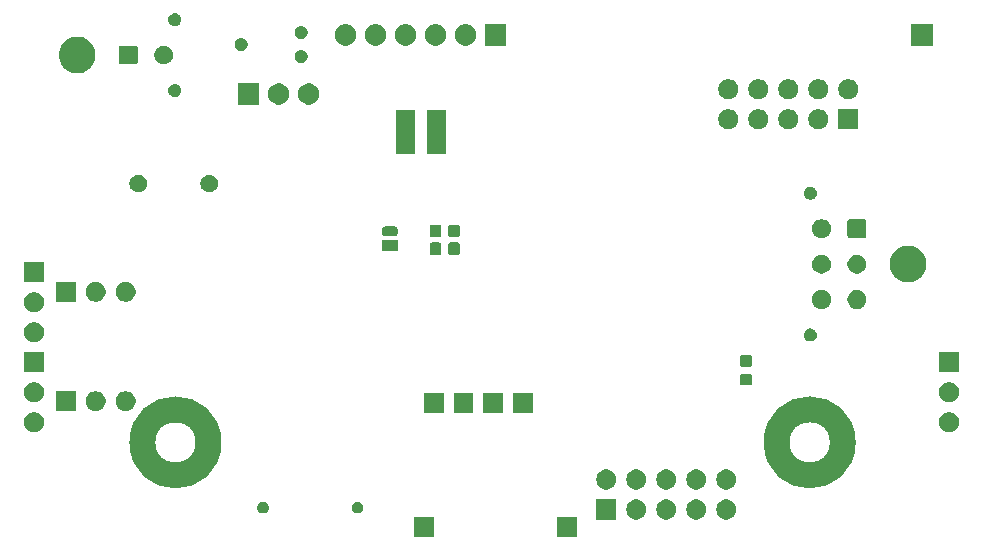
<source format=gbr>
G04 #@! TF.GenerationSoftware,KiCad,Pcbnew,5.1.5+dfsg1-2build2*
G04 #@! TF.CreationDate,2021-12-02T14:39:01+01:00*
G04 #@! TF.ProjectId,mre_addon_v2,6d72655f-6164-4646-9f6e-5f76322e6b69,V2.2*
G04 #@! TF.SameCoordinates,Original*
G04 #@! TF.FileFunction,Soldermask,Bot*
G04 #@! TF.FilePolarity,Negative*
%FSLAX46Y46*%
G04 Gerber Fmt 4.6, Leading zero omitted, Abs format (unit mm)*
G04 Created by KiCad (PCBNEW 5.1.5+dfsg1-2build2) date 2021-12-02 14:39:01*
%MOMM*%
%LPD*%
G04 APERTURE LIST*
%ADD10C,2.200000*%
%ADD11C,0.100000*%
G04 APERTURE END LIST*
D10*
X91300000Y-162700000D02*
G75*
G03X91300000Y-162700000I-2800000J0D01*
G01*
X145000000Y-162700000D02*
G75*
G03X145000000Y-162700000I-2800000J0D01*
G01*
D11*
G36*
X122466200Y-170731200D02*
G01*
X120764200Y-170731200D01*
X120764200Y-169029200D01*
X122466200Y-169029200D01*
X122466200Y-170731200D01*
G37*
G36*
X110401200Y-170731200D02*
G01*
X108699200Y-170731200D01*
X108699200Y-169029200D01*
X110401200Y-169029200D01*
X110401200Y-170731200D01*
G37*
G36*
X132841308Y-167560763D02*
G01*
X132996180Y-167624913D01*
X133135561Y-167718045D01*
X133254095Y-167836579D01*
X133347227Y-167975960D01*
X133411377Y-168130832D01*
X133444080Y-168295244D01*
X133444080Y-168462876D01*
X133411377Y-168627288D01*
X133347227Y-168782160D01*
X133254095Y-168921541D01*
X133135561Y-169040075D01*
X132996180Y-169133207D01*
X132841308Y-169197357D01*
X132676896Y-169230060D01*
X132509264Y-169230060D01*
X132344852Y-169197357D01*
X132189980Y-169133207D01*
X132050599Y-169040075D01*
X131932065Y-168921541D01*
X131838933Y-168782160D01*
X131774783Y-168627288D01*
X131742080Y-168462876D01*
X131742080Y-168295244D01*
X131774783Y-168130832D01*
X131838933Y-167975960D01*
X131932065Y-167836579D01*
X132050599Y-167718045D01*
X132189980Y-167624913D01*
X132344852Y-167560763D01*
X132509264Y-167528060D01*
X132676896Y-167528060D01*
X132841308Y-167560763D01*
G37*
G36*
X135381308Y-167560763D02*
G01*
X135536180Y-167624913D01*
X135675561Y-167718045D01*
X135794095Y-167836579D01*
X135887227Y-167975960D01*
X135951377Y-168130832D01*
X135984080Y-168295244D01*
X135984080Y-168462876D01*
X135951377Y-168627288D01*
X135887227Y-168782160D01*
X135794095Y-168921541D01*
X135675561Y-169040075D01*
X135536180Y-169133207D01*
X135381308Y-169197357D01*
X135216896Y-169230060D01*
X135049264Y-169230060D01*
X134884852Y-169197357D01*
X134729980Y-169133207D01*
X134590599Y-169040075D01*
X134472065Y-168921541D01*
X134378933Y-168782160D01*
X134314783Y-168627288D01*
X134282080Y-168462876D01*
X134282080Y-168295244D01*
X134314783Y-168130832D01*
X134378933Y-167975960D01*
X134472065Y-167836579D01*
X134590599Y-167718045D01*
X134729980Y-167624913D01*
X134884852Y-167560763D01*
X135049264Y-167528060D01*
X135216896Y-167528060D01*
X135381308Y-167560763D01*
G37*
G36*
X125824080Y-169230060D02*
G01*
X124122080Y-169230060D01*
X124122080Y-167528060D01*
X125824080Y-167528060D01*
X125824080Y-169230060D01*
G37*
G36*
X127761308Y-167560763D02*
G01*
X127916180Y-167624913D01*
X128055561Y-167718045D01*
X128174095Y-167836579D01*
X128267227Y-167975960D01*
X128331377Y-168130832D01*
X128364080Y-168295244D01*
X128364080Y-168462876D01*
X128331377Y-168627288D01*
X128267227Y-168782160D01*
X128174095Y-168921541D01*
X128055561Y-169040075D01*
X127916180Y-169133207D01*
X127761308Y-169197357D01*
X127596896Y-169230060D01*
X127429264Y-169230060D01*
X127264852Y-169197357D01*
X127109980Y-169133207D01*
X126970599Y-169040075D01*
X126852065Y-168921541D01*
X126758933Y-168782160D01*
X126694783Y-168627288D01*
X126662080Y-168462876D01*
X126662080Y-168295244D01*
X126694783Y-168130832D01*
X126758933Y-167975960D01*
X126852065Y-167836579D01*
X126970599Y-167718045D01*
X127109980Y-167624913D01*
X127264852Y-167560763D01*
X127429264Y-167528060D01*
X127596896Y-167528060D01*
X127761308Y-167560763D01*
G37*
G36*
X130301308Y-167560763D02*
G01*
X130456180Y-167624913D01*
X130595561Y-167718045D01*
X130714095Y-167836579D01*
X130807227Y-167975960D01*
X130871377Y-168130832D01*
X130904080Y-168295244D01*
X130904080Y-168462876D01*
X130871377Y-168627288D01*
X130807227Y-168782160D01*
X130714095Y-168921541D01*
X130595561Y-169040075D01*
X130456180Y-169133207D01*
X130301308Y-169197357D01*
X130136896Y-169230060D01*
X129969264Y-169230060D01*
X129804852Y-169197357D01*
X129649980Y-169133207D01*
X129510599Y-169040075D01*
X129392065Y-168921541D01*
X129298933Y-168782160D01*
X129234783Y-168627288D01*
X129202080Y-168462876D01*
X129202080Y-168295244D01*
X129234783Y-168130832D01*
X129298933Y-167975960D01*
X129392065Y-167836579D01*
X129510599Y-167718045D01*
X129649980Y-167624913D01*
X129804852Y-167560763D01*
X129969264Y-167528060D01*
X130136896Y-167528060D01*
X130301308Y-167560763D01*
G37*
G36*
X96058532Y-167730541D02*
G01*
X96148707Y-167767893D01*
X96229863Y-167822120D01*
X96298880Y-167891137D01*
X96353107Y-167972293D01*
X96390459Y-168062468D01*
X96409500Y-168158197D01*
X96409500Y-168255803D01*
X96390459Y-168351532D01*
X96353107Y-168441707D01*
X96298880Y-168522863D01*
X96229863Y-168591880D01*
X96148707Y-168646107D01*
X96058532Y-168683459D01*
X95962803Y-168702500D01*
X95865197Y-168702500D01*
X95769468Y-168683459D01*
X95679293Y-168646107D01*
X95598137Y-168591880D01*
X95529120Y-168522863D01*
X95474893Y-168441707D01*
X95437541Y-168351532D01*
X95418500Y-168255803D01*
X95418500Y-168158197D01*
X95437541Y-168062468D01*
X95474893Y-167972293D01*
X95529120Y-167891137D01*
X95598137Y-167822120D01*
X95679293Y-167767893D01*
X95769468Y-167730541D01*
X95865197Y-167711500D01*
X95962803Y-167711500D01*
X96058532Y-167730541D01*
G37*
G36*
X104058532Y-167730541D02*
G01*
X104148707Y-167767893D01*
X104229863Y-167822120D01*
X104298880Y-167891137D01*
X104353107Y-167972293D01*
X104390459Y-168062468D01*
X104409500Y-168158197D01*
X104409500Y-168255803D01*
X104390459Y-168351532D01*
X104353107Y-168441707D01*
X104298880Y-168522863D01*
X104229863Y-168591880D01*
X104148707Y-168646107D01*
X104058532Y-168683459D01*
X103962803Y-168702500D01*
X103865197Y-168702500D01*
X103769468Y-168683459D01*
X103679293Y-168646107D01*
X103598137Y-168591880D01*
X103529120Y-168522863D01*
X103474893Y-168441707D01*
X103437541Y-168351532D01*
X103418500Y-168255803D01*
X103418500Y-168158197D01*
X103437541Y-168062468D01*
X103474893Y-167972293D01*
X103529120Y-167891137D01*
X103598137Y-167822120D01*
X103679293Y-167767893D01*
X103769468Y-167730541D01*
X103865197Y-167711500D01*
X103962803Y-167711500D01*
X104058532Y-167730541D01*
G37*
G36*
X127761308Y-165020763D02*
G01*
X127916180Y-165084913D01*
X128055561Y-165178045D01*
X128174095Y-165296579D01*
X128267227Y-165435960D01*
X128331377Y-165590832D01*
X128364080Y-165755244D01*
X128364080Y-165922876D01*
X128331377Y-166087288D01*
X128267227Y-166242160D01*
X128174095Y-166381541D01*
X128055561Y-166500075D01*
X127916180Y-166593207D01*
X127761308Y-166657357D01*
X127596896Y-166690060D01*
X127429264Y-166690060D01*
X127264852Y-166657357D01*
X127109980Y-166593207D01*
X126970599Y-166500075D01*
X126852065Y-166381541D01*
X126758933Y-166242160D01*
X126694783Y-166087288D01*
X126662080Y-165922876D01*
X126662080Y-165755244D01*
X126694783Y-165590832D01*
X126758933Y-165435960D01*
X126852065Y-165296579D01*
X126970599Y-165178045D01*
X127109980Y-165084913D01*
X127264852Y-165020763D01*
X127429264Y-164988060D01*
X127596896Y-164988060D01*
X127761308Y-165020763D01*
G37*
G36*
X135381308Y-165020763D02*
G01*
X135536180Y-165084913D01*
X135675561Y-165178045D01*
X135794095Y-165296579D01*
X135887227Y-165435960D01*
X135951377Y-165590832D01*
X135984080Y-165755244D01*
X135984080Y-165922876D01*
X135951377Y-166087288D01*
X135887227Y-166242160D01*
X135794095Y-166381541D01*
X135675561Y-166500075D01*
X135536180Y-166593207D01*
X135381308Y-166657357D01*
X135216896Y-166690060D01*
X135049264Y-166690060D01*
X134884852Y-166657357D01*
X134729980Y-166593207D01*
X134590599Y-166500075D01*
X134472065Y-166381541D01*
X134378933Y-166242160D01*
X134314783Y-166087288D01*
X134282080Y-165922876D01*
X134282080Y-165755244D01*
X134314783Y-165590832D01*
X134378933Y-165435960D01*
X134472065Y-165296579D01*
X134590599Y-165178045D01*
X134729980Y-165084913D01*
X134884852Y-165020763D01*
X135049264Y-164988060D01*
X135216896Y-164988060D01*
X135381308Y-165020763D01*
G37*
G36*
X132841308Y-165020763D02*
G01*
X132996180Y-165084913D01*
X133135561Y-165178045D01*
X133254095Y-165296579D01*
X133347227Y-165435960D01*
X133411377Y-165590832D01*
X133444080Y-165755244D01*
X133444080Y-165922876D01*
X133411377Y-166087288D01*
X133347227Y-166242160D01*
X133254095Y-166381541D01*
X133135561Y-166500075D01*
X132996180Y-166593207D01*
X132841308Y-166657357D01*
X132676896Y-166690060D01*
X132509264Y-166690060D01*
X132344852Y-166657357D01*
X132189980Y-166593207D01*
X132050599Y-166500075D01*
X131932065Y-166381541D01*
X131838933Y-166242160D01*
X131774783Y-166087288D01*
X131742080Y-165922876D01*
X131742080Y-165755244D01*
X131774783Y-165590832D01*
X131838933Y-165435960D01*
X131932065Y-165296579D01*
X132050599Y-165178045D01*
X132189980Y-165084913D01*
X132344852Y-165020763D01*
X132509264Y-164988060D01*
X132676896Y-164988060D01*
X132841308Y-165020763D01*
G37*
G36*
X130301308Y-165020763D02*
G01*
X130456180Y-165084913D01*
X130595561Y-165178045D01*
X130714095Y-165296579D01*
X130807227Y-165435960D01*
X130871377Y-165590832D01*
X130904080Y-165755244D01*
X130904080Y-165922876D01*
X130871377Y-166087288D01*
X130807227Y-166242160D01*
X130714095Y-166381541D01*
X130595561Y-166500075D01*
X130456180Y-166593207D01*
X130301308Y-166657357D01*
X130136896Y-166690060D01*
X129969264Y-166690060D01*
X129804852Y-166657357D01*
X129649980Y-166593207D01*
X129510599Y-166500075D01*
X129392065Y-166381541D01*
X129298933Y-166242160D01*
X129234783Y-166087288D01*
X129202080Y-165922876D01*
X129202080Y-165755244D01*
X129234783Y-165590832D01*
X129298933Y-165435960D01*
X129392065Y-165296579D01*
X129510599Y-165178045D01*
X129649980Y-165084913D01*
X129804852Y-165020763D01*
X129969264Y-164988060D01*
X130136896Y-164988060D01*
X130301308Y-165020763D01*
G37*
G36*
X125221308Y-165020763D02*
G01*
X125376180Y-165084913D01*
X125515561Y-165178045D01*
X125634095Y-165296579D01*
X125727227Y-165435960D01*
X125791377Y-165590832D01*
X125824080Y-165755244D01*
X125824080Y-165922876D01*
X125791377Y-166087288D01*
X125727227Y-166242160D01*
X125634095Y-166381541D01*
X125515561Y-166500075D01*
X125376180Y-166593207D01*
X125221308Y-166657357D01*
X125056896Y-166690060D01*
X124889264Y-166690060D01*
X124724852Y-166657357D01*
X124569980Y-166593207D01*
X124430599Y-166500075D01*
X124312065Y-166381541D01*
X124218933Y-166242160D01*
X124154783Y-166087288D01*
X124122080Y-165922876D01*
X124122080Y-165755244D01*
X124154783Y-165590832D01*
X124218933Y-165435960D01*
X124312065Y-165296579D01*
X124430599Y-165178045D01*
X124569980Y-165084913D01*
X124724852Y-165020763D01*
X124889264Y-164988060D01*
X125056896Y-164988060D01*
X125221308Y-165020763D01*
G37*
G36*
X154248428Y-160171903D02*
G01*
X154403300Y-160236053D01*
X154542681Y-160329185D01*
X154661215Y-160447719D01*
X154754347Y-160587100D01*
X154818497Y-160741972D01*
X154851200Y-160906384D01*
X154851200Y-161074016D01*
X154818497Y-161238428D01*
X154754347Y-161393300D01*
X154661215Y-161532681D01*
X154542681Y-161651215D01*
X154403300Y-161744347D01*
X154248428Y-161808497D01*
X154084016Y-161841200D01*
X153916384Y-161841200D01*
X153751972Y-161808497D01*
X153597100Y-161744347D01*
X153457719Y-161651215D01*
X153339185Y-161532681D01*
X153246053Y-161393300D01*
X153181903Y-161238428D01*
X153149200Y-161074016D01*
X153149200Y-160906384D01*
X153181903Y-160741972D01*
X153246053Y-160587100D01*
X153339185Y-160447719D01*
X153457719Y-160329185D01*
X153597100Y-160236053D01*
X153751972Y-160171903D01*
X153916384Y-160139200D01*
X154084016Y-160139200D01*
X154248428Y-160171903D01*
G37*
G36*
X76778428Y-160171903D02*
G01*
X76933300Y-160236053D01*
X77072681Y-160329185D01*
X77191215Y-160447719D01*
X77284347Y-160587100D01*
X77348497Y-160741972D01*
X77381200Y-160906384D01*
X77381200Y-161074016D01*
X77348497Y-161238428D01*
X77284347Y-161393300D01*
X77191215Y-161532681D01*
X77072681Y-161651215D01*
X76933300Y-161744347D01*
X76778428Y-161808497D01*
X76614016Y-161841200D01*
X76446384Y-161841200D01*
X76281972Y-161808497D01*
X76127100Y-161744347D01*
X75987719Y-161651215D01*
X75869185Y-161532681D01*
X75776053Y-161393300D01*
X75711903Y-161238428D01*
X75679200Y-161074016D01*
X75679200Y-160906384D01*
X75711903Y-160741972D01*
X75776053Y-160587100D01*
X75869185Y-160447719D01*
X75987719Y-160329185D01*
X76127100Y-160236053D01*
X76281972Y-160171903D01*
X76446384Y-160139200D01*
X76614016Y-160139200D01*
X76778428Y-160171903D01*
G37*
G36*
X116251600Y-160211800D02*
G01*
X114549600Y-160211800D01*
X114549600Y-158509800D01*
X116251600Y-158509800D01*
X116251600Y-160211800D01*
G37*
G36*
X118751600Y-160211800D02*
G01*
X117049600Y-160211800D01*
X117049600Y-158509800D01*
X118751600Y-158509800D01*
X118751600Y-160211800D01*
G37*
G36*
X113713600Y-160173800D02*
G01*
X112087600Y-160173800D01*
X112087600Y-158547800D01*
X113713600Y-158547800D01*
X113713600Y-160173800D01*
G37*
G36*
X111213600Y-160173800D02*
G01*
X109587600Y-160173800D01*
X109587600Y-158547800D01*
X111213600Y-158547800D01*
X111213600Y-160173800D01*
G37*
G36*
X80048200Y-160063200D02*
G01*
X78346200Y-160063200D01*
X78346200Y-158361200D01*
X80048200Y-158361200D01*
X80048200Y-160063200D01*
G37*
G36*
X84525428Y-158393903D02*
G01*
X84680300Y-158458053D01*
X84819681Y-158551185D01*
X84938215Y-158669719D01*
X85031347Y-158809100D01*
X85095497Y-158963972D01*
X85128200Y-159128384D01*
X85128200Y-159296016D01*
X85095497Y-159460428D01*
X85031347Y-159615300D01*
X84938215Y-159754681D01*
X84819681Y-159873215D01*
X84680300Y-159966347D01*
X84525428Y-160030497D01*
X84361016Y-160063200D01*
X84193384Y-160063200D01*
X84028972Y-160030497D01*
X83874100Y-159966347D01*
X83734719Y-159873215D01*
X83616185Y-159754681D01*
X83523053Y-159615300D01*
X83458903Y-159460428D01*
X83426200Y-159296016D01*
X83426200Y-159128384D01*
X83458903Y-158963972D01*
X83523053Y-158809100D01*
X83616185Y-158669719D01*
X83734719Y-158551185D01*
X83874100Y-158458053D01*
X84028972Y-158393903D01*
X84193384Y-158361200D01*
X84361016Y-158361200D01*
X84525428Y-158393903D01*
G37*
G36*
X81985428Y-158393903D02*
G01*
X82140300Y-158458053D01*
X82279681Y-158551185D01*
X82398215Y-158669719D01*
X82491347Y-158809100D01*
X82555497Y-158963972D01*
X82588200Y-159128384D01*
X82588200Y-159296016D01*
X82555497Y-159460428D01*
X82491347Y-159615300D01*
X82398215Y-159754681D01*
X82279681Y-159873215D01*
X82140300Y-159966347D01*
X81985428Y-160030497D01*
X81821016Y-160063200D01*
X81653384Y-160063200D01*
X81488972Y-160030497D01*
X81334100Y-159966347D01*
X81194719Y-159873215D01*
X81076185Y-159754681D01*
X80983053Y-159615300D01*
X80918903Y-159460428D01*
X80886200Y-159296016D01*
X80886200Y-159128384D01*
X80918903Y-158963972D01*
X80983053Y-158809100D01*
X81076185Y-158669719D01*
X81194719Y-158551185D01*
X81334100Y-158458053D01*
X81488972Y-158393903D01*
X81653384Y-158361200D01*
X81821016Y-158361200D01*
X81985428Y-158393903D01*
G37*
G36*
X154248428Y-157631903D02*
G01*
X154403300Y-157696053D01*
X154542681Y-157789185D01*
X154661215Y-157907719D01*
X154754347Y-158047100D01*
X154818497Y-158201972D01*
X154851200Y-158366384D01*
X154851200Y-158534016D01*
X154818497Y-158698428D01*
X154754347Y-158853300D01*
X154661215Y-158992681D01*
X154542681Y-159111215D01*
X154403300Y-159204347D01*
X154248428Y-159268497D01*
X154084016Y-159301200D01*
X153916384Y-159301200D01*
X153751972Y-159268497D01*
X153597100Y-159204347D01*
X153457719Y-159111215D01*
X153339185Y-158992681D01*
X153246053Y-158853300D01*
X153181903Y-158698428D01*
X153149200Y-158534016D01*
X153149200Y-158366384D01*
X153181903Y-158201972D01*
X153246053Y-158047100D01*
X153339185Y-157907719D01*
X153457719Y-157789185D01*
X153597100Y-157696053D01*
X153751972Y-157631903D01*
X153916384Y-157599200D01*
X154084016Y-157599200D01*
X154248428Y-157631903D01*
G37*
G36*
X76778428Y-157631903D02*
G01*
X76933300Y-157696053D01*
X77072681Y-157789185D01*
X77191215Y-157907719D01*
X77284347Y-158047100D01*
X77348497Y-158201972D01*
X77381200Y-158366384D01*
X77381200Y-158534016D01*
X77348497Y-158698428D01*
X77284347Y-158853300D01*
X77191215Y-158992681D01*
X77072681Y-159111215D01*
X76933300Y-159204347D01*
X76778428Y-159268497D01*
X76614016Y-159301200D01*
X76446384Y-159301200D01*
X76281972Y-159268497D01*
X76127100Y-159204347D01*
X75987719Y-159111215D01*
X75869185Y-158992681D01*
X75776053Y-158853300D01*
X75711903Y-158698428D01*
X75679200Y-158534016D01*
X75679200Y-158366384D01*
X75711903Y-158201972D01*
X75776053Y-158047100D01*
X75869185Y-157907719D01*
X75987719Y-157789185D01*
X76127100Y-157696053D01*
X76281972Y-157631903D01*
X76446384Y-157599200D01*
X76614016Y-157599200D01*
X76778428Y-157631903D01*
G37*
G36*
X137179591Y-156903085D02*
G01*
X137213569Y-156913393D01*
X137244890Y-156930134D01*
X137272339Y-156952661D01*
X137294866Y-156980110D01*
X137311607Y-157011431D01*
X137321915Y-157045409D01*
X137326000Y-157086890D01*
X137326000Y-157688110D01*
X137321915Y-157729591D01*
X137311607Y-157763569D01*
X137294866Y-157794890D01*
X137272339Y-157822339D01*
X137244890Y-157844866D01*
X137213569Y-157861607D01*
X137179591Y-157871915D01*
X137138110Y-157876000D01*
X136461890Y-157876000D01*
X136420409Y-157871915D01*
X136386431Y-157861607D01*
X136355110Y-157844866D01*
X136327661Y-157822339D01*
X136305134Y-157794890D01*
X136288393Y-157763569D01*
X136278085Y-157729591D01*
X136274000Y-157688110D01*
X136274000Y-157086890D01*
X136278085Y-157045409D01*
X136288393Y-157011431D01*
X136305134Y-156980110D01*
X136327661Y-156952661D01*
X136355110Y-156930134D01*
X136386431Y-156913393D01*
X136420409Y-156903085D01*
X136461890Y-156899000D01*
X137138110Y-156899000D01*
X137179591Y-156903085D01*
G37*
G36*
X154851200Y-156761200D02*
G01*
X153149200Y-156761200D01*
X153149200Y-155059200D01*
X154851200Y-155059200D01*
X154851200Y-156761200D01*
G37*
G36*
X77381200Y-156761200D02*
G01*
X75679200Y-156761200D01*
X75679200Y-155059200D01*
X77381200Y-155059200D01*
X77381200Y-156761200D01*
G37*
G36*
X137179591Y-155328085D02*
G01*
X137213569Y-155338393D01*
X137244890Y-155355134D01*
X137272339Y-155377661D01*
X137294866Y-155405110D01*
X137311607Y-155436431D01*
X137321915Y-155470409D01*
X137326000Y-155511890D01*
X137326000Y-156113110D01*
X137321915Y-156154591D01*
X137311607Y-156188569D01*
X137294866Y-156219890D01*
X137272339Y-156247339D01*
X137244890Y-156269866D01*
X137213569Y-156286607D01*
X137179591Y-156296915D01*
X137138110Y-156301000D01*
X136461890Y-156301000D01*
X136420409Y-156296915D01*
X136386431Y-156286607D01*
X136355110Y-156269866D01*
X136327661Y-156247339D01*
X136305134Y-156219890D01*
X136288393Y-156188569D01*
X136278085Y-156154591D01*
X136274000Y-156113110D01*
X136274000Y-155511890D01*
X136278085Y-155470409D01*
X136288393Y-155436431D01*
X136305134Y-155405110D01*
X136327661Y-155377661D01*
X136355110Y-155355134D01*
X136386431Y-155338393D01*
X136420409Y-155328085D01*
X136461890Y-155324000D01*
X137138110Y-155324000D01*
X137179591Y-155328085D01*
G37*
G36*
X76778428Y-152551903D02*
G01*
X76933300Y-152616053D01*
X77072681Y-152709185D01*
X77191215Y-152827719D01*
X77284347Y-152967100D01*
X77348497Y-153121972D01*
X77381200Y-153286384D01*
X77381200Y-153454016D01*
X77348497Y-153618428D01*
X77284347Y-153773300D01*
X77191215Y-153912681D01*
X77072681Y-154031215D01*
X76933300Y-154124347D01*
X76778428Y-154188497D01*
X76614016Y-154221200D01*
X76446384Y-154221200D01*
X76281972Y-154188497D01*
X76127100Y-154124347D01*
X75987719Y-154031215D01*
X75869185Y-153912681D01*
X75776053Y-153773300D01*
X75711903Y-153618428D01*
X75679200Y-153454016D01*
X75679200Y-153286384D01*
X75711903Y-153121972D01*
X75776053Y-152967100D01*
X75869185Y-152827719D01*
X75987719Y-152709185D01*
X76127100Y-152616053D01*
X76281972Y-152551903D01*
X76446384Y-152519200D01*
X76614016Y-152519200D01*
X76778428Y-152551903D01*
G37*
G36*
X142420721Y-153070174D02*
G01*
X142520995Y-153111709D01*
X142565812Y-153141655D01*
X142611242Y-153172010D01*
X142687990Y-153248758D01*
X142687991Y-153248760D01*
X142748291Y-153339005D01*
X142789826Y-153439279D01*
X142811000Y-153545730D01*
X142811000Y-153654270D01*
X142789826Y-153760721D01*
X142748291Y-153860995D01*
X142748290Y-153860996D01*
X142687990Y-153951242D01*
X142611242Y-154027990D01*
X142606415Y-154031215D01*
X142520995Y-154088291D01*
X142420721Y-154129826D01*
X142314270Y-154151000D01*
X142205730Y-154151000D01*
X142099279Y-154129826D01*
X141999005Y-154088291D01*
X141913585Y-154031215D01*
X141908758Y-154027990D01*
X141832010Y-153951242D01*
X141771710Y-153860996D01*
X141771709Y-153860995D01*
X141730174Y-153760721D01*
X141709000Y-153654270D01*
X141709000Y-153545730D01*
X141730174Y-153439279D01*
X141771709Y-153339005D01*
X141832009Y-153248760D01*
X141832010Y-153248758D01*
X141908758Y-153172010D01*
X141954188Y-153141655D01*
X141999005Y-153111709D01*
X142099279Y-153070174D01*
X142205730Y-153049000D01*
X142314270Y-153049000D01*
X142420721Y-153070174D01*
G37*
G36*
X76778428Y-150011903D02*
G01*
X76933300Y-150076053D01*
X77072681Y-150169185D01*
X77191215Y-150287719D01*
X77284347Y-150427100D01*
X77348497Y-150581972D01*
X77381200Y-150746384D01*
X77381200Y-150914016D01*
X77348497Y-151078428D01*
X77284347Y-151233300D01*
X77191215Y-151372681D01*
X77072681Y-151491215D01*
X76933300Y-151584347D01*
X76778428Y-151648497D01*
X76614016Y-151681200D01*
X76446384Y-151681200D01*
X76281972Y-151648497D01*
X76127100Y-151584347D01*
X75987719Y-151491215D01*
X75869185Y-151372681D01*
X75776053Y-151233300D01*
X75711903Y-151078428D01*
X75679200Y-150914016D01*
X75679200Y-150746384D01*
X75711903Y-150581972D01*
X75776053Y-150427100D01*
X75869185Y-150287719D01*
X75987719Y-150169185D01*
X76127100Y-150076053D01*
X76281972Y-150011903D01*
X76446384Y-149979200D01*
X76614016Y-149979200D01*
X76778428Y-150011903D01*
G37*
G36*
X146433642Y-149829781D02*
G01*
X146579414Y-149890162D01*
X146579416Y-149890163D01*
X146710608Y-149977822D01*
X146822178Y-150089392D01*
X146889019Y-150189428D01*
X146909838Y-150220586D01*
X146970219Y-150366358D01*
X147001000Y-150521107D01*
X147001000Y-150678893D01*
X146970219Y-150833642D01*
X146909838Y-150979414D01*
X146909837Y-150979416D01*
X146822178Y-151110608D01*
X146710608Y-151222178D01*
X146579416Y-151309837D01*
X146579415Y-151309838D01*
X146579414Y-151309838D01*
X146433642Y-151370219D01*
X146278893Y-151401000D01*
X146121107Y-151401000D01*
X145966358Y-151370219D01*
X145820586Y-151309838D01*
X145820585Y-151309838D01*
X145820584Y-151309837D01*
X145689392Y-151222178D01*
X145577822Y-151110608D01*
X145490163Y-150979416D01*
X145490162Y-150979414D01*
X145429781Y-150833642D01*
X145399000Y-150678893D01*
X145399000Y-150521107D01*
X145429781Y-150366358D01*
X145490162Y-150220586D01*
X145510981Y-150189428D01*
X145577822Y-150089392D01*
X145689392Y-149977822D01*
X145820584Y-149890163D01*
X145820586Y-149890162D01*
X145966358Y-149829781D01*
X146121107Y-149799000D01*
X146278893Y-149799000D01*
X146433642Y-149829781D01*
G37*
G36*
X143433642Y-149829781D02*
G01*
X143579414Y-149890162D01*
X143579416Y-149890163D01*
X143710608Y-149977822D01*
X143822178Y-150089392D01*
X143889019Y-150189428D01*
X143909838Y-150220586D01*
X143970219Y-150366358D01*
X144001000Y-150521107D01*
X144001000Y-150678893D01*
X143970219Y-150833642D01*
X143909838Y-150979414D01*
X143909837Y-150979416D01*
X143822178Y-151110608D01*
X143710608Y-151222178D01*
X143579416Y-151309837D01*
X143579415Y-151309838D01*
X143579414Y-151309838D01*
X143433642Y-151370219D01*
X143278893Y-151401000D01*
X143121107Y-151401000D01*
X142966358Y-151370219D01*
X142820586Y-151309838D01*
X142820585Y-151309838D01*
X142820584Y-151309837D01*
X142689392Y-151222178D01*
X142577822Y-151110608D01*
X142490163Y-150979416D01*
X142490162Y-150979414D01*
X142429781Y-150833642D01*
X142399000Y-150678893D01*
X142399000Y-150521107D01*
X142429781Y-150366358D01*
X142490162Y-150220586D01*
X142510981Y-150189428D01*
X142577822Y-150089392D01*
X142689392Y-149977822D01*
X142820584Y-149890163D01*
X142820586Y-149890162D01*
X142966358Y-149829781D01*
X143121107Y-149799000D01*
X143278893Y-149799000D01*
X143433642Y-149829781D01*
G37*
G36*
X81985428Y-149122903D02*
G01*
X82140300Y-149187053D01*
X82279681Y-149280185D01*
X82398215Y-149398719D01*
X82491347Y-149538100D01*
X82555497Y-149692972D01*
X82588200Y-149857384D01*
X82588200Y-150025016D01*
X82555497Y-150189428D01*
X82491347Y-150344300D01*
X82398215Y-150483681D01*
X82279681Y-150602215D01*
X82140300Y-150695347D01*
X81985428Y-150759497D01*
X81821016Y-150792200D01*
X81653384Y-150792200D01*
X81488972Y-150759497D01*
X81334100Y-150695347D01*
X81194719Y-150602215D01*
X81076185Y-150483681D01*
X80983053Y-150344300D01*
X80918903Y-150189428D01*
X80886200Y-150025016D01*
X80886200Y-149857384D01*
X80918903Y-149692972D01*
X80983053Y-149538100D01*
X81076185Y-149398719D01*
X81194719Y-149280185D01*
X81334100Y-149187053D01*
X81488972Y-149122903D01*
X81653384Y-149090200D01*
X81821016Y-149090200D01*
X81985428Y-149122903D01*
G37*
G36*
X80048200Y-150792200D02*
G01*
X78346200Y-150792200D01*
X78346200Y-149090200D01*
X80048200Y-149090200D01*
X80048200Y-150792200D01*
G37*
G36*
X84525428Y-149122903D02*
G01*
X84680300Y-149187053D01*
X84819681Y-149280185D01*
X84938215Y-149398719D01*
X85031347Y-149538100D01*
X85095497Y-149692972D01*
X85128200Y-149857384D01*
X85128200Y-150025016D01*
X85095497Y-150189428D01*
X85031347Y-150344300D01*
X84938215Y-150483681D01*
X84819681Y-150602215D01*
X84680300Y-150695347D01*
X84525428Y-150759497D01*
X84361016Y-150792200D01*
X84193384Y-150792200D01*
X84028972Y-150759497D01*
X83874100Y-150695347D01*
X83734719Y-150602215D01*
X83616185Y-150483681D01*
X83523053Y-150344300D01*
X83458903Y-150189428D01*
X83426200Y-150025016D01*
X83426200Y-149857384D01*
X83458903Y-149692972D01*
X83523053Y-149538100D01*
X83616185Y-149398719D01*
X83734719Y-149280185D01*
X83874100Y-149187053D01*
X84028972Y-149122903D01*
X84193384Y-149090200D01*
X84361016Y-149090200D01*
X84525428Y-149122903D01*
G37*
G36*
X150822585Y-146078802D02*
G01*
X150972410Y-146108604D01*
X151254674Y-146225521D01*
X151508705Y-146395259D01*
X151724741Y-146611295D01*
X151894479Y-146865326D01*
X152011396Y-147147590D01*
X152071000Y-147447240D01*
X152071000Y-147752760D01*
X152011396Y-148052410D01*
X151894479Y-148334674D01*
X151724741Y-148588705D01*
X151508705Y-148804741D01*
X151254674Y-148974479D01*
X150972410Y-149091396D01*
X150822585Y-149121198D01*
X150672761Y-149151000D01*
X150367239Y-149151000D01*
X150217415Y-149121198D01*
X150067590Y-149091396D01*
X149785326Y-148974479D01*
X149531295Y-148804741D01*
X149315259Y-148588705D01*
X149145521Y-148334674D01*
X149028604Y-148052410D01*
X148969000Y-147752760D01*
X148969000Y-147447240D01*
X149028604Y-147147590D01*
X149145521Y-146865326D01*
X149315259Y-146611295D01*
X149531295Y-146395259D01*
X149785326Y-146225521D01*
X150067590Y-146108604D01*
X150217415Y-146078802D01*
X150367239Y-146049000D01*
X150672761Y-146049000D01*
X150822585Y-146078802D01*
G37*
G36*
X77381200Y-149141200D02*
G01*
X75679200Y-149141200D01*
X75679200Y-147439200D01*
X77381200Y-147439200D01*
X77381200Y-149141200D01*
G37*
G36*
X143433642Y-146829781D02*
G01*
X143579414Y-146890162D01*
X143579416Y-146890163D01*
X143710608Y-146977822D01*
X143822178Y-147089392D01*
X143861064Y-147147590D01*
X143909838Y-147220586D01*
X143970219Y-147366358D01*
X144001000Y-147521107D01*
X144001000Y-147678893D01*
X143970219Y-147833642D01*
X143909838Y-147979414D01*
X143909837Y-147979416D01*
X143822178Y-148110608D01*
X143710608Y-148222178D01*
X143579416Y-148309837D01*
X143579415Y-148309838D01*
X143579414Y-148309838D01*
X143433642Y-148370219D01*
X143278893Y-148401000D01*
X143121107Y-148401000D01*
X142966358Y-148370219D01*
X142820586Y-148309838D01*
X142820585Y-148309838D01*
X142820584Y-148309837D01*
X142689392Y-148222178D01*
X142577822Y-148110608D01*
X142490163Y-147979416D01*
X142490162Y-147979414D01*
X142429781Y-147833642D01*
X142399000Y-147678893D01*
X142399000Y-147521107D01*
X142429781Y-147366358D01*
X142490162Y-147220586D01*
X142538936Y-147147590D01*
X142577822Y-147089392D01*
X142689392Y-146977822D01*
X142820584Y-146890163D01*
X142820586Y-146890162D01*
X142966358Y-146829781D01*
X143121107Y-146799000D01*
X143278893Y-146799000D01*
X143433642Y-146829781D01*
G37*
G36*
X146433642Y-146829781D02*
G01*
X146579414Y-146890162D01*
X146579416Y-146890163D01*
X146710608Y-146977822D01*
X146822178Y-147089392D01*
X146861064Y-147147590D01*
X146909838Y-147220586D01*
X146970219Y-147366358D01*
X147001000Y-147521107D01*
X147001000Y-147678893D01*
X146970219Y-147833642D01*
X146909838Y-147979414D01*
X146909837Y-147979416D01*
X146822178Y-148110608D01*
X146710608Y-148222178D01*
X146579416Y-148309837D01*
X146579415Y-148309838D01*
X146579414Y-148309838D01*
X146433642Y-148370219D01*
X146278893Y-148401000D01*
X146121107Y-148401000D01*
X145966358Y-148370219D01*
X145820586Y-148309838D01*
X145820585Y-148309838D01*
X145820584Y-148309837D01*
X145689392Y-148222178D01*
X145577822Y-148110608D01*
X145490163Y-147979416D01*
X145490162Y-147979414D01*
X145429781Y-147833642D01*
X145399000Y-147678893D01*
X145399000Y-147521107D01*
X145429781Y-147366358D01*
X145490162Y-147220586D01*
X145538936Y-147147590D01*
X145577822Y-147089392D01*
X145689392Y-146977822D01*
X145820584Y-146890163D01*
X145820586Y-146890162D01*
X145966358Y-146829781D01*
X146121107Y-146799000D01*
X146278893Y-146799000D01*
X146433642Y-146829781D01*
G37*
G36*
X110854591Y-145778085D02*
G01*
X110888569Y-145788393D01*
X110919890Y-145805134D01*
X110947339Y-145827661D01*
X110969866Y-145855110D01*
X110986607Y-145886431D01*
X110996915Y-145920409D01*
X111001000Y-145961890D01*
X111001000Y-146638110D01*
X110996915Y-146679591D01*
X110986607Y-146713569D01*
X110969866Y-146744890D01*
X110947339Y-146772339D01*
X110919890Y-146794866D01*
X110888569Y-146811607D01*
X110854591Y-146821915D01*
X110813110Y-146826000D01*
X110211890Y-146826000D01*
X110170409Y-146821915D01*
X110136431Y-146811607D01*
X110105110Y-146794866D01*
X110077661Y-146772339D01*
X110055134Y-146744890D01*
X110038393Y-146713569D01*
X110028085Y-146679591D01*
X110024000Y-146638110D01*
X110024000Y-145961890D01*
X110028085Y-145920409D01*
X110038393Y-145886431D01*
X110055134Y-145855110D01*
X110077661Y-145827661D01*
X110105110Y-145805134D01*
X110136431Y-145788393D01*
X110170409Y-145778085D01*
X110211890Y-145774000D01*
X110813110Y-145774000D01*
X110854591Y-145778085D01*
G37*
G36*
X112429591Y-145778085D02*
G01*
X112463569Y-145788393D01*
X112494890Y-145805134D01*
X112522339Y-145827661D01*
X112544866Y-145855110D01*
X112561607Y-145886431D01*
X112571915Y-145920409D01*
X112576000Y-145961890D01*
X112576000Y-146638110D01*
X112571915Y-146679591D01*
X112561607Y-146713569D01*
X112544866Y-146744890D01*
X112522339Y-146772339D01*
X112494890Y-146794866D01*
X112463569Y-146811607D01*
X112429591Y-146821915D01*
X112388110Y-146826000D01*
X111786890Y-146826000D01*
X111745409Y-146821915D01*
X111711431Y-146811607D01*
X111680110Y-146794866D01*
X111652661Y-146772339D01*
X111630134Y-146744890D01*
X111613393Y-146713569D01*
X111603085Y-146679591D01*
X111599000Y-146638110D01*
X111599000Y-145961890D01*
X111603085Y-145920409D01*
X111613393Y-145886431D01*
X111630134Y-145855110D01*
X111652661Y-145827661D01*
X111680110Y-145805134D01*
X111711431Y-145788393D01*
X111745409Y-145778085D01*
X111786890Y-145774000D01*
X112388110Y-145774000D01*
X112429591Y-145778085D01*
G37*
G36*
X107355600Y-146506000D02*
G01*
X105953600Y-146506000D01*
X105953600Y-145604000D01*
X107355600Y-145604000D01*
X107355600Y-146506000D01*
G37*
G36*
X146853048Y-143803122D02*
G01*
X146887387Y-143813539D01*
X146919036Y-143830456D01*
X146946778Y-143853222D01*
X146969544Y-143880964D01*
X146986461Y-143912613D01*
X146996878Y-143946952D01*
X147001000Y-143988807D01*
X147001000Y-145211193D01*
X146996878Y-145253048D01*
X146986461Y-145287387D01*
X146969544Y-145319036D01*
X146946778Y-145346778D01*
X146919036Y-145369544D01*
X146887387Y-145386461D01*
X146853048Y-145396878D01*
X146811193Y-145401000D01*
X145588807Y-145401000D01*
X145546952Y-145396878D01*
X145512613Y-145386461D01*
X145480964Y-145369544D01*
X145453222Y-145346778D01*
X145430456Y-145319036D01*
X145413539Y-145287387D01*
X145403122Y-145253048D01*
X145399000Y-145211193D01*
X145399000Y-143988807D01*
X145403122Y-143946952D01*
X145413539Y-143912613D01*
X145430456Y-143880964D01*
X145453222Y-143853222D01*
X145480964Y-143830456D01*
X145512613Y-143813539D01*
X145546952Y-143803122D01*
X145588807Y-143799000D01*
X146811193Y-143799000D01*
X146853048Y-143803122D01*
G37*
G36*
X143433642Y-143829781D02*
G01*
X143557208Y-143880964D01*
X143579416Y-143890163D01*
X143710608Y-143977822D01*
X143822178Y-144089392D01*
X143909837Y-144220584D01*
X143909838Y-144220586D01*
X143970219Y-144366358D01*
X144001000Y-144521107D01*
X144001000Y-144678893D01*
X143970219Y-144833642D01*
X143943225Y-144898810D01*
X143909837Y-144979416D01*
X143822178Y-145110608D01*
X143710608Y-145222178D01*
X143579416Y-145309837D01*
X143579415Y-145309838D01*
X143579414Y-145309838D01*
X143433642Y-145370219D01*
X143278893Y-145401000D01*
X143121107Y-145401000D01*
X142966358Y-145370219D01*
X142820586Y-145309838D01*
X142820585Y-145309838D01*
X142820584Y-145309837D01*
X142689392Y-145222178D01*
X142577822Y-145110608D01*
X142490163Y-144979416D01*
X142456775Y-144898810D01*
X142429781Y-144833642D01*
X142399000Y-144678893D01*
X142399000Y-144521107D01*
X142429781Y-144366358D01*
X142490162Y-144220586D01*
X142490163Y-144220584D01*
X142577822Y-144089392D01*
X142689392Y-143977822D01*
X142820584Y-143890163D01*
X142842792Y-143880964D01*
X142966358Y-143829781D01*
X143121107Y-143799000D01*
X143278893Y-143799000D01*
X143433642Y-143829781D01*
G37*
G36*
X110854591Y-144278085D02*
G01*
X110888569Y-144288393D01*
X110919890Y-144305134D01*
X110947339Y-144327661D01*
X110969866Y-144355110D01*
X110986607Y-144386431D01*
X110996915Y-144420409D01*
X111001000Y-144461890D01*
X111001000Y-145138110D01*
X110996915Y-145179591D01*
X110986607Y-145213569D01*
X110969866Y-145244890D01*
X110947339Y-145272339D01*
X110919890Y-145294866D01*
X110888569Y-145311607D01*
X110854591Y-145321915D01*
X110813110Y-145326000D01*
X110211890Y-145326000D01*
X110170409Y-145321915D01*
X110136431Y-145311607D01*
X110105110Y-145294866D01*
X110077661Y-145272339D01*
X110055134Y-145244890D01*
X110038393Y-145213569D01*
X110028085Y-145179591D01*
X110024000Y-145138110D01*
X110024000Y-144461890D01*
X110028085Y-144420409D01*
X110038393Y-144386431D01*
X110055134Y-144355110D01*
X110077661Y-144327661D01*
X110105110Y-144305134D01*
X110136431Y-144288393D01*
X110170409Y-144278085D01*
X110211890Y-144274000D01*
X110813110Y-144274000D01*
X110854591Y-144278085D01*
G37*
G36*
X112429591Y-144278085D02*
G01*
X112463569Y-144288393D01*
X112494890Y-144305134D01*
X112522339Y-144327661D01*
X112544866Y-144355110D01*
X112561607Y-144386431D01*
X112571915Y-144420409D01*
X112576000Y-144461890D01*
X112576000Y-145138110D01*
X112571915Y-145179591D01*
X112561607Y-145213569D01*
X112544866Y-145244890D01*
X112522339Y-145272339D01*
X112494890Y-145294866D01*
X112463569Y-145311607D01*
X112429591Y-145321915D01*
X112388110Y-145326000D01*
X111786890Y-145326000D01*
X111745409Y-145321915D01*
X111711431Y-145311607D01*
X111680110Y-145294866D01*
X111652661Y-145272339D01*
X111630134Y-145244890D01*
X111613393Y-145213569D01*
X111603085Y-145179591D01*
X111599000Y-145138110D01*
X111599000Y-144461890D01*
X111603085Y-144420409D01*
X111613393Y-144386431D01*
X111630134Y-144355110D01*
X111652661Y-144327661D01*
X111680110Y-144305134D01*
X111711431Y-144288393D01*
X111745409Y-144278085D01*
X111786890Y-144274000D01*
X112388110Y-144274000D01*
X112429591Y-144278085D01*
G37*
G36*
X106993010Y-144365925D02*
G01*
X107078026Y-144391714D01*
X107156375Y-144433593D01*
X107225049Y-144489951D01*
X107281407Y-144558625D01*
X107323286Y-144636974D01*
X107349075Y-144721990D01*
X107357782Y-144810400D01*
X107349075Y-144898810D01*
X107323286Y-144983826D01*
X107281407Y-145062175D01*
X107225049Y-145130849D01*
X107156375Y-145187207D01*
X107078026Y-145229086D01*
X106993010Y-145254875D01*
X106926758Y-145261400D01*
X106382442Y-145261400D01*
X106316190Y-145254875D01*
X106231174Y-145229086D01*
X106152825Y-145187207D01*
X106084151Y-145130849D01*
X106027793Y-145062175D01*
X105985914Y-144983826D01*
X105960125Y-144898810D01*
X105951418Y-144810400D01*
X105960125Y-144721990D01*
X105985914Y-144636974D01*
X106027793Y-144558625D01*
X106084151Y-144489951D01*
X106152825Y-144433593D01*
X106231174Y-144391714D01*
X106316190Y-144365925D01*
X106382442Y-144359400D01*
X106926758Y-144359400D01*
X106993010Y-144365925D01*
G37*
G36*
X142420721Y-141070174D02*
G01*
X142520995Y-141111709D01*
X142565812Y-141141655D01*
X142611242Y-141172010D01*
X142687990Y-141248758D01*
X142687991Y-141248760D01*
X142748291Y-141339005D01*
X142789826Y-141439279D01*
X142811000Y-141545730D01*
X142811000Y-141654270D01*
X142789826Y-141760721D01*
X142748291Y-141860995D01*
X142748290Y-141860996D01*
X142687990Y-141951242D01*
X142611242Y-142027990D01*
X142565812Y-142058345D01*
X142520995Y-142088291D01*
X142420721Y-142129826D01*
X142314270Y-142151000D01*
X142205730Y-142151000D01*
X142099279Y-142129826D01*
X141999005Y-142088291D01*
X141954188Y-142058345D01*
X141908758Y-142027990D01*
X141832010Y-141951242D01*
X141771710Y-141860996D01*
X141771709Y-141860995D01*
X141730174Y-141760721D01*
X141709000Y-141654270D01*
X141709000Y-141545730D01*
X141730174Y-141439279D01*
X141771709Y-141339005D01*
X141832009Y-141248760D01*
X141832010Y-141248758D01*
X141908758Y-141172010D01*
X141954188Y-141141655D01*
X141999005Y-141111709D01*
X142099279Y-141070174D01*
X142205730Y-141049000D01*
X142314270Y-141049000D01*
X142420721Y-141070174D01*
G37*
G36*
X91579659Y-140049660D02*
G01*
X91716332Y-140106272D01*
X91839335Y-140188460D01*
X91943940Y-140293065D01*
X92026128Y-140416068D01*
X92082740Y-140552741D01*
X92111600Y-140697833D01*
X92111600Y-140845767D01*
X92082740Y-140990859D01*
X92026128Y-141127532D01*
X91943940Y-141250535D01*
X91839335Y-141355140D01*
X91716332Y-141437328D01*
X91716331Y-141437329D01*
X91716330Y-141437329D01*
X91579659Y-141493940D01*
X91434568Y-141522800D01*
X91286632Y-141522800D01*
X91141541Y-141493940D01*
X91004870Y-141437329D01*
X91004869Y-141437329D01*
X91004868Y-141437328D01*
X90881865Y-141355140D01*
X90777260Y-141250535D01*
X90695072Y-141127532D01*
X90638460Y-140990859D01*
X90609600Y-140845767D01*
X90609600Y-140697833D01*
X90638460Y-140552741D01*
X90695072Y-140416068D01*
X90777260Y-140293065D01*
X90881865Y-140188460D01*
X91004868Y-140106272D01*
X91141541Y-140049660D01*
X91286632Y-140020800D01*
X91434568Y-140020800D01*
X91579659Y-140049660D01*
G37*
G36*
X85579659Y-140049660D02*
G01*
X85716332Y-140106272D01*
X85839335Y-140188460D01*
X85943940Y-140293065D01*
X86026128Y-140416068D01*
X86082740Y-140552741D01*
X86111600Y-140697833D01*
X86111600Y-140845767D01*
X86082740Y-140990859D01*
X86026128Y-141127532D01*
X85943940Y-141250535D01*
X85839335Y-141355140D01*
X85716332Y-141437328D01*
X85716331Y-141437329D01*
X85716330Y-141437329D01*
X85579659Y-141493940D01*
X85434568Y-141522800D01*
X85286632Y-141522800D01*
X85141541Y-141493940D01*
X85004870Y-141437329D01*
X85004869Y-141437329D01*
X85004868Y-141437328D01*
X84881865Y-141355140D01*
X84777260Y-141250535D01*
X84695072Y-141127532D01*
X84638460Y-140990859D01*
X84609600Y-140845767D01*
X84609600Y-140697833D01*
X84638460Y-140552741D01*
X84695072Y-140416068D01*
X84777260Y-140293065D01*
X84881865Y-140188460D01*
X85004868Y-140106272D01*
X85141541Y-140049660D01*
X85286632Y-140020800D01*
X85434568Y-140020800D01*
X85579659Y-140049660D01*
G37*
G36*
X108801000Y-138251000D02*
G01*
X107199000Y-138251000D01*
X107199000Y-134549000D01*
X108801000Y-134549000D01*
X108801000Y-138251000D01*
G37*
G36*
X111401000Y-138251000D02*
G01*
X109799000Y-138251000D01*
X109799000Y-134549000D01*
X111401000Y-134549000D01*
X111401000Y-138251000D01*
G37*
G36*
X138106728Y-134517903D02*
G01*
X138261600Y-134582053D01*
X138400981Y-134675185D01*
X138519515Y-134793719D01*
X138612647Y-134933100D01*
X138676797Y-135087972D01*
X138709500Y-135252384D01*
X138709500Y-135420016D01*
X138676797Y-135584428D01*
X138612647Y-135739300D01*
X138519515Y-135878681D01*
X138400981Y-135997215D01*
X138261600Y-136090347D01*
X138106728Y-136154497D01*
X137942316Y-136187200D01*
X137774684Y-136187200D01*
X137610272Y-136154497D01*
X137455400Y-136090347D01*
X137316019Y-135997215D01*
X137197485Y-135878681D01*
X137104353Y-135739300D01*
X137040203Y-135584428D01*
X137007500Y-135420016D01*
X137007500Y-135252384D01*
X137040203Y-135087972D01*
X137104353Y-134933100D01*
X137197485Y-134793719D01*
X137316019Y-134675185D01*
X137455400Y-134582053D01*
X137610272Y-134517903D01*
X137774684Y-134485200D01*
X137942316Y-134485200D01*
X138106728Y-134517903D01*
G37*
G36*
X135566728Y-134517903D02*
G01*
X135721600Y-134582053D01*
X135860981Y-134675185D01*
X135979515Y-134793719D01*
X136072647Y-134933100D01*
X136136797Y-135087972D01*
X136169500Y-135252384D01*
X136169500Y-135420016D01*
X136136797Y-135584428D01*
X136072647Y-135739300D01*
X135979515Y-135878681D01*
X135860981Y-135997215D01*
X135721600Y-136090347D01*
X135566728Y-136154497D01*
X135402316Y-136187200D01*
X135234684Y-136187200D01*
X135070272Y-136154497D01*
X134915400Y-136090347D01*
X134776019Y-135997215D01*
X134657485Y-135878681D01*
X134564353Y-135739300D01*
X134500203Y-135584428D01*
X134467500Y-135420016D01*
X134467500Y-135252384D01*
X134500203Y-135087972D01*
X134564353Y-134933100D01*
X134657485Y-134793719D01*
X134776019Y-134675185D01*
X134915400Y-134582053D01*
X135070272Y-134517903D01*
X135234684Y-134485200D01*
X135402316Y-134485200D01*
X135566728Y-134517903D01*
G37*
G36*
X140646728Y-134517903D02*
G01*
X140801600Y-134582053D01*
X140940981Y-134675185D01*
X141059515Y-134793719D01*
X141152647Y-134933100D01*
X141216797Y-135087972D01*
X141249500Y-135252384D01*
X141249500Y-135420016D01*
X141216797Y-135584428D01*
X141152647Y-135739300D01*
X141059515Y-135878681D01*
X140940981Y-135997215D01*
X140801600Y-136090347D01*
X140646728Y-136154497D01*
X140482316Y-136187200D01*
X140314684Y-136187200D01*
X140150272Y-136154497D01*
X139995400Y-136090347D01*
X139856019Y-135997215D01*
X139737485Y-135878681D01*
X139644353Y-135739300D01*
X139580203Y-135584428D01*
X139547500Y-135420016D01*
X139547500Y-135252384D01*
X139580203Y-135087972D01*
X139644353Y-134933100D01*
X139737485Y-134793719D01*
X139856019Y-134675185D01*
X139995400Y-134582053D01*
X140150272Y-134517903D01*
X140314684Y-134485200D01*
X140482316Y-134485200D01*
X140646728Y-134517903D01*
G37*
G36*
X143186728Y-134517903D02*
G01*
X143341600Y-134582053D01*
X143480981Y-134675185D01*
X143599515Y-134793719D01*
X143692647Y-134933100D01*
X143756797Y-135087972D01*
X143789500Y-135252384D01*
X143789500Y-135420016D01*
X143756797Y-135584428D01*
X143692647Y-135739300D01*
X143599515Y-135878681D01*
X143480981Y-135997215D01*
X143341600Y-136090347D01*
X143186728Y-136154497D01*
X143022316Y-136187200D01*
X142854684Y-136187200D01*
X142690272Y-136154497D01*
X142535400Y-136090347D01*
X142396019Y-135997215D01*
X142277485Y-135878681D01*
X142184353Y-135739300D01*
X142120203Y-135584428D01*
X142087500Y-135420016D01*
X142087500Y-135252384D01*
X142120203Y-135087972D01*
X142184353Y-134933100D01*
X142277485Y-134793719D01*
X142396019Y-134675185D01*
X142535400Y-134582053D01*
X142690272Y-134517903D01*
X142854684Y-134485200D01*
X143022316Y-134485200D01*
X143186728Y-134517903D01*
G37*
G36*
X146329500Y-136187200D02*
G01*
X144627500Y-136187200D01*
X144627500Y-134485200D01*
X146329500Y-134485200D01*
X146329500Y-136187200D01*
G37*
G36*
X99893512Y-132303927D02*
G01*
X100042812Y-132333624D01*
X100206784Y-132401544D01*
X100354354Y-132500147D01*
X100479853Y-132625646D01*
X100578456Y-132773216D01*
X100646376Y-132937188D01*
X100681000Y-133111259D01*
X100681000Y-133288741D01*
X100646376Y-133462812D01*
X100578456Y-133626784D01*
X100479853Y-133774354D01*
X100354354Y-133899853D01*
X100206784Y-133998456D01*
X100042812Y-134066376D01*
X99893512Y-134096073D01*
X99868742Y-134101000D01*
X99691258Y-134101000D01*
X99666488Y-134096073D01*
X99517188Y-134066376D01*
X99353216Y-133998456D01*
X99205646Y-133899853D01*
X99080147Y-133774354D01*
X98981544Y-133626784D01*
X98913624Y-133462812D01*
X98879000Y-133288741D01*
X98879000Y-133111259D01*
X98913624Y-132937188D01*
X98981544Y-132773216D01*
X99080147Y-132625646D01*
X99205646Y-132500147D01*
X99353216Y-132401544D01*
X99517188Y-132333624D01*
X99666488Y-132303927D01*
X99691258Y-132299000D01*
X99868742Y-132299000D01*
X99893512Y-132303927D01*
G37*
G36*
X97353512Y-132303927D02*
G01*
X97502812Y-132333624D01*
X97666784Y-132401544D01*
X97814354Y-132500147D01*
X97939853Y-132625646D01*
X98038456Y-132773216D01*
X98106376Y-132937188D01*
X98141000Y-133111259D01*
X98141000Y-133288741D01*
X98106376Y-133462812D01*
X98038456Y-133626784D01*
X97939853Y-133774354D01*
X97814354Y-133899853D01*
X97666784Y-133998456D01*
X97502812Y-134066376D01*
X97353512Y-134096073D01*
X97328742Y-134101000D01*
X97151258Y-134101000D01*
X97126488Y-134096073D01*
X96977188Y-134066376D01*
X96813216Y-133998456D01*
X96665646Y-133899853D01*
X96540147Y-133774354D01*
X96441544Y-133626784D01*
X96373624Y-133462812D01*
X96339000Y-133288741D01*
X96339000Y-133111259D01*
X96373624Y-132937188D01*
X96441544Y-132773216D01*
X96540147Y-132625646D01*
X96665646Y-132500147D01*
X96813216Y-132401544D01*
X96977188Y-132333624D01*
X97126488Y-132303927D01*
X97151258Y-132299000D01*
X97328742Y-132299000D01*
X97353512Y-132303927D01*
G37*
G36*
X95601000Y-134101000D02*
G01*
X93799000Y-134101000D01*
X93799000Y-132299000D01*
X95601000Y-132299000D01*
X95601000Y-134101000D01*
G37*
G36*
X138106728Y-131977903D02*
G01*
X138261600Y-132042053D01*
X138400981Y-132135185D01*
X138519515Y-132253719D01*
X138612647Y-132393100D01*
X138676797Y-132547972D01*
X138709500Y-132712384D01*
X138709500Y-132880016D01*
X138676797Y-133044428D01*
X138612647Y-133199300D01*
X138519515Y-133338681D01*
X138400981Y-133457215D01*
X138261600Y-133550347D01*
X138106728Y-133614497D01*
X137942316Y-133647200D01*
X137774684Y-133647200D01*
X137610272Y-133614497D01*
X137455400Y-133550347D01*
X137316019Y-133457215D01*
X137197485Y-133338681D01*
X137104353Y-133199300D01*
X137040203Y-133044428D01*
X137007500Y-132880016D01*
X137007500Y-132712384D01*
X137040203Y-132547972D01*
X137104353Y-132393100D01*
X137197485Y-132253719D01*
X137316019Y-132135185D01*
X137455400Y-132042053D01*
X137610272Y-131977903D01*
X137774684Y-131945200D01*
X137942316Y-131945200D01*
X138106728Y-131977903D01*
G37*
G36*
X145726728Y-131977903D02*
G01*
X145881600Y-132042053D01*
X146020981Y-132135185D01*
X146139515Y-132253719D01*
X146232647Y-132393100D01*
X146296797Y-132547972D01*
X146329500Y-132712384D01*
X146329500Y-132880016D01*
X146296797Y-133044428D01*
X146232647Y-133199300D01*
X146139515Y-133338681D01*
X146020981Y-133457215D01*
X145881600Y-133550347D01*
X145726728Y-133614497D01*
X145562316Y-133647200D01*
X145394684Y-133647200D01*
X145230272Y-133614497D01*
X145075400Y-133550347D01*
X144936019Y-133457215D01*
X144817485Y-133338681D01*
X144724353Y-133199300D01*
X144660203Y-133044428D01*
X144627500Y-132880016D01*
X144627500Y-132712384D01*
X144660203Y-132547972D01*
X144724353Y-132393100D01*
X144817485Y-132253719D01*
X144936019Y-132135185D01*
X145075400Y-132042053D01*
X145230272Y-131977903D01*
X145394684Y-131945200D01*
X145562316Y-131945200D01*
X145726728Y-131977903D01*
G37*
G36*
X143186728Y-131977903D02*
G01*
X143341600Y-132042053D01*
X143480981Y-132135185D01*
X143599515Y-132253719D01*
X143692647Y-132393100D01*
X143756797Y-132547972D01*
X143789500Y-132712384D01*
X143789500Y-132880016D01*
X143756797Y-133044428D01*
X143692647Y-133199300D01*
X143599515Y-133338681D01*
X143480981Y-133457215D01*
X143341600Y-133550347D01*
X143186728Y-133614497D01*
X143022316Y-133647200D01*
X142854684Y-133647200D01*
X142690272Y-133614497D01*
X142535400Y-133550347D01*
X142396019Y-133457215D01*
X142277485Y-133338681D01*
X142184353Y-133199300D01*
X142120203Y-133044428D01*
X142087500Y-132880016D01*
X142087500Y-132712384D01*
X142120203Y-132547972D01*
X142184353Y-132393100D01*
X142277485Y-132253719D01*
X142396019Y-132135185D01*
X142535400Y-132042053D01*
X142690272Y-131977903D01*
X142854684Y-131945200D01*
X143022316Y-131945200D01*
X143186728Y-131977903D01*
G37*
G36*
X135566728Y-131977903D02*
G01*
X135721600Y-132042053D01*
X135860981Y-132135185D01*
X135979515Y-132253719D01*
X136072647Y-132393100D01*
X136136797Y-132547972D01*
X136169500Y-132712384D01*
X136169500Y-132880016D01*
X136136797Y-133044428D01*
X136072647Y-133199300D01*
X135979515Y-133338681D01*
X135860981Y-133457215D01*
X135721600Y-133550347D01*
X135566728Y-133614497D01*
X135402316Y-133647200D01*
X135234684Y-133647200D01*
X135070272Y-133614497D01*
X134915400Y-133550347D01*
X134776019Y-133457215D01*
X134657485Y-133338681D01*
X134564353Y-133199300D01*
X134500203Y-133044428D01*
X134467500Y-132880016D01*
X134467500Y-132712384D01*
X134500203Y-132547972D01*
X134564353Y-132393100D01*
X134657485Y-132253719D01*
X134776019Y-132135185D01*
X134915400Y-132042053D01*
X135070272Y-131977903D01*
X135234684Y-131945200D01*
X135402316Y-131945200D01*
X135566728Y-131977903D01*
G37*
G36*
X140646728Y-131977903D02*
G01*
X140801600Y-132042053D01*
X140940981Y-132135185D01*
X141059515Y-132253719D01*
X141152647Y-132393100D01*
X141216797Y-132547972D01*
X141249500Y-132712384D01*
X141249500Y-132880016D01*
X141216797Y-133044428D01*
X141152647Y-133199300D01*
X141059515Y-133338681D01*
X140940981Y-133457215D01*
X140801600Y-133550347D01*
X140646728Y-133614497D01*
X140482316Y-133647200D01*
X140314684Y-133647200D01*
X140150272Y-133614497D01*
X139995400Y-133550347D01*
X139856019Y-133457215D01*
X139737485Y-133338681D01*
X139644353Y-133199300D01*
X139580203Y-133044428D01*
X139547500Y-132880016D01*
X139547500Y-132712384D01*
X139580203Y-132547972D01*
X139644353Y-132393100D01*
X139737485Y-132253719D01*
X139856019Y-132135185D01*
X139995400Y-132042053D01*
X140150272Y-131977903D01*
X140314684Y-131945200D01*
X140482316Y-131945200D01*
X140646728Y-131977903D01*
G37*
G36*
X88600721Y-132370174D02*
G01*
X88700995Y-132411709D01*
X88700996Y-132411710D01*
X88791242Y-132472010D01*
X88867990Y-132548758D01*
X88867991Y-132548760D01*
X88928291Y-132639005D01*
X88969826Y-132739279D01*
X88991000Y-132845730D01*
X88991000Y-132954270D01*
X88969826Y-133060721D01*
X88928291Y-133160995D01*
X88928290Y-133160996D01*
X88867990Y-133251242D01*
X88791242Y-133327990D01*
X88745812Y-133358345D01*
X88700995Y-133388291D01*
X88600721Y-133429826D01*
X88494270Y-133451000D01*
X88385730Y-133451000D01*
X88279279Y-133429826D01*
X88179005Y-133388291D01*
X88134188Y-133358345D01*
X88088758Y-133327990D01*
X88012010Y-133251242D01*
X87951710Y-133160996D01*
X87951709Y-133160995D01*
X87910174Y-133060721D01*
X87889000Y-132954270D01*
X87889000Y-132845730D01*
X87910174Y-132739279D01*
X87951709Y-132639005D01*
X88012009Y-132548760D01*
X88012010Y-132548758D01*
X88088758Y-132472010D01*
X88179004Y-132411710D01*
X88179005Y-132411709D01*
X88279279Y-132370174D01*
X88385730Y-132349000D01*
X88494270Y-132349000D01*
X88600721Y-132370174D01*
G37*
G36*
X80482585Y-128378802D02*
G01*
X80632410Y-128408604D01*
X80914674Y-128525521D01*
X81168705Y-128695259D01*
X81384741Y-128911295D01*
X81554479Y-129165326D01*
X81671396Y-129447590D01*
X81691031Y-129546300D01*
X81731000Y-129747239D01*
X81731000Y-130052761D01*
X81727609Y-130069807D01*
X81671396Y-130352410D01*
X81554479Y-130634674D01*
X81384741Y-130888705D01*
X81168705Y-131104741D01*
X80914674Y-131274479D01*
X80632410Y-131391396D01*
X80482585Y-131421198D01*
X80332761Y-131451000D01*
X80027239Y-131451000D01*
X79877415Y-131421198D01*
X79727590Y-131391396D01*
X79445326Y-131274479D01*
X79191295Y-131104741D01*
X78975259Y-130888705D01*
X78805521Y-130634674D01*
X78688604Y-130352410D01*
X78632391Y-130069807D01*
X78629000Y-130052761D01*
X78629000Y-129747239D01*
X78668969Y-129546300D01*
X78688604Y-129447590D01*
X78805521Y-129165326D01*
X78975259Y-128911295D01*
X79191295Y-128695259D01*
X79445326Y-128525521D01*
X79727590Y-128408604D01*
X79877415Y-128378802D01*
X80027239Y-128349000D01*
X80332761Y-128349000D01*
X80482585Y-128378802D01*
G37*
G36*
X85153048Y-129103122D02*
G01*
X85187387Y-129113539D01*
X85219036Y-129130456D01*
X85246778Y-129153222D01*
X85269544Y-129180964D01*
X85286461Y-129212613D01*
X85296878Y-129246952D01*
X85301000Y-129288807D01*
X85301000Y-130511193D01*
X85296878Y-130553048D01*
X85286461Y-130587387D01*
X85269544Y-130619036D01*
X85246778Y-130646778D01*
X85219036Y-130669544D01*
X85187387Y-130686461D01*
X85153048Y-130696878D01*
X85111193Y-130701000D01*
X83888807Y-130701000D01*
X83846952Y-130696878D01*
X83812613Y-130686461D01*
X83780964Y-130669544D01*
X83753222Y-130646778D01*
X83730456Y-130619036D01*
X83713539Y-130587387D01*
X83703122Y-130553048D01*
X83699000Y-130511193D01*
X83699000Y-129288807D01*
X83703122Y-129246952D01*
X83713539Y-129212613D01*
X83730456Y-129180964D01*
X83753222Y-129153222D01*
X83780964Y-129130456D01*
X83812613Y-129113539D01*
X83846952Y-129103122D01*
X83888807Y-129099000D01*
X85111193Y-129099000D01*
X85153048Y-129103122D01*
G37*
G36*
X87733642Y-129129781D02*
G01*
X87857208Y-129180964D01*
X87879416Y-129190163D01*
X88010608Y-129277822D01*
X88122178Y-129389392D01*
X88185475Y-129484124D01*
X88209838Y-129520586D01*
X88270219Y-129666358D01*
X88301000Y-129821107D01*
X88301000Y-129978893D01*
X88270219Y-130133642D01*
X88211761Y-130274771D01*
X88209837Y-130279416D01*
X88122178Y-130410608D01*
X88010608Y-130522178D01*
X87879416Y-130609837D01*
X87879415Y-130609838D01*
X87879414Y-130609838D01*
X87733642Y-130670219D01*
X87578893Y-130701000D01*
X87421107Y-130701000D01*
X87266358Y-130670219D01*
X87120586Y-130609838D01*
X87120585Y-130609838D01*
X87120584Y-130609837D01*
X86989392Y-130522178D01*
X86877822Y-130410608D01*
X86790163Y-130279416D01*
X86788239Y-130274771D01*
X86729781Y-130133642D01*
X86699000Y-129978893D01*
X86699000Y-129821107D01*
X86729781Y-129666358D01*
X86790162Y-129520586D01*
X86814525Y-129484124D01*
X86877822Y-129389392D01*
X86989392Y-129277822D01*
X87120584Y-129190163D01*
X87142792Y-129180964D01*
X87266358Y-129129781D01*
X87421107Y-129099000D01*
X87578893Y-129099000D01*
X87733642Y-129129781D01*
G37*
G36*
X99246578Y-129480197D02*
G01*
X99299350Y-129490694D01*
X99398770Y-129531875D01*
X99488246Y-129591661D01*
X99564339Y-129667754D01*
X99624125Y-129757230D01*
X99665306Y-129856650D01*
X99686300Y-129962194D01*
X99686300Y-130069806D01*
X99665306Y-130175350D01*
X99624125Y-130274770D01*
X99564339Y-130364246D01*
X99488246Y-130440339D01*
X99398770Y-130500125D01*
X99299350Y-130541306D01*
X99246578Y-130551803D01*
X99193807Y-130562300D01*
X99086193Y-130562300D01*
X99033422Y-130551803D01*
X98980650Y-130541306D01*
X98881230Y-130500125D01*
X98791754Y-130440339D01*
X98715661Y-130364246D01*
X98655875Y-130274770D01*
X98614694Y-130175350D01*
X98593700Y-130069806D01*
X98593700Y-129962194D01*
X98614694Y-129856650D01*
X98655875Y-129757230D01*
X98715661Y-129667754D01*
X98791754Y-129591661D01*
X98881230Y-129531875D01*
X98980650Y-129490694D01*
X99033422Y-129480197D01*
X99086193Y-129469700D01*
X99193807Y-129469700D01*
X99246578Y-129480197D01*
G37*
G36*
X94159610Y-128462811D02*
G01*
X94219350Y-128474694D01*
X94318770Y-128515875D01*
X94408246Y-128575661D01*
X94484339Y-128651754D01*
X94544125Y-128741230D01*
X94585306Y-128840650D01*
X94606300Y-128946194D01*
X94606300Y-129053806D01*
X94585306Y-129159350D01*
X94544125Y-129258770D01*
X94484339Y-129348246D01*
X94408246Y-129424339D01*
X94318770Y-129484125D01*
X94219350Y-129525306D01*
X94186325Y-129531875D01*
X94113807Y-129546300D01*
X94006193Y-129546300D01*
X93933675Y-129531875D01*
X93900650Y-129525306D01*
X93801230Y-129484125D01*
X93711754Y-129424339D01*
X93635661Y-129348246D01*
X93575875Y-129258770D01*
X93534694Y-129159350D01*
X93513700Y-129053806D01*
X93513700Y-128946194D01*
X93534694Y-128840650D01*
X93575875Y-128741230D01*
X93635661Y-128651754D01*
X93711754Y-128575661D01*
X93801230Y-128515875D01*
X93900650Y-128474694D01*
X93960390Y-128462811D01*
X94006193Y-128453700D01*
X94113807Y-128453700D01*
X94159610Y-128462811D01*
G37*
G36*
X116501000Y-129101000D02*
G01*
X114699000Y-129101000D01*
X114699000Y-127299000D01*
X116501000Y-127299000D01*
X116501000Y-129101000D01*
G37*
G36*
X103013512Y-127303927D02*
G01*
X103162812Y-127333624D01*
X103326784Y-127401544D01*
X103474354Y-127500147D01*
X103599853Y-127625646D01*
X103698456Y-127773216D01*
X103766376Y-127937188D01*
X103801000Y-128111259D01*
X103801000Y-128288741D01*
X103766376Y-128462812D01*
X103698456Y-128626784D01*
X103599853Y-128774354D01*
X103474354Y-128899853D01*
X103326784Y-128998456D01*
X103162812Y-129066376D01*
X103013512Y-129096073D01*
X102988742Y-129101000D01*
X102811258Y-129101000D01*
X102786488Y-129096073D01*
X102637188Y-129066376D01*
X102473216Y-128998456D01*
X102325646Y-128899853D01*
X102200147Y-128774354D01*
X102101544Y-128626784D01*
X102033624Y-128462812D01*
X101999000Y-128288741D01*
X101999000Y-128111259D01*
X102033624Y-127937188D01*
X102101544Y-127773216D01*
X102200147Y-127625646D01*
X102325646Y-127500147D01*
X102473216Y-127401544D01*
X102637188Y-127333624D01*
X102786488Y-127303927D01*
X102811258Y-127299000D01*
X102988742Y-127299000D01*
X103013512Y-127303927D01*
G37*
G36*
X105553512Y-127303927D02*
G01*
X105702812Y-127333624D01*
X105866784Y-127401544D01*
X106014354Y-127500147D01*
X106139853Y-127625646D01*
X106238456Y-127773216D01*
X106306376Y-127937188D01*
X106341000Y-128111259D01*
X106341000Y-128288741D01*
X106306376Y-128462812D01*
X106238456Y-128626784D01*
X106139853Y-128774354D01*
X106014354Y-128899853D01*
X105866784Y-128998456D01*
X105702812Y-129066376D01*
X105553512Y-129096073D01*
X105528742Y-129101000D01*
X105351258Y-129101000D01*
X105326488Y-129096073D01*
X105177188Y-129066376D01*
X105013216Y-128998456D01*
X104865646Y-128899853D01*
X104740147Y-128774354D01*
X104641544Y-128626784D01*
X104573624Y-128462812D01*
X104539000Y-128288741D01*
X104539000Y-128111259D01*
X104573624Y-127937188D01*
X104641544Y-127773216D01*
X104740147Y-127625646D01*
X104865646Y-127500147D01*
X105013216Y-127401544D01*
X105177188Y-127333624D01*
X105326488Y-127303927D01*
X105351258Y-127299000D01*
X105528742Y-127299000D01*
X105553512Y-127303927D01*
G37*
G36*
X108093512Y-127303927D02*
G01*
X108242812Y-127333624D01*
X108406784Y-127401544D01*
X108554354Y-127500147D01*
X108679853Y-127625646D01*
X108778456Y-127773216D01*
X108846376Y-127937188D01*
X108881000Y-128111259D01*
X108881000Y-128288741D01*
X108846376Y-128462812D01*
X108778456Y-128626784D01*
X108679853Y-128774354D01*
X108554354Y-128899853D01*
X108406784Y-128998456D01*
X108242812Y-129066376D01*
X108093512Y-129096073D01*
X108068742Y-129101000D01*
X107891258Y-129101000D01*
X107866488Y-129096073D01*
X107717188Y-129066376D01*
X107553216Y-128998456D01*
X107405646Y-128899853D01*
X107280147Y-128774354D01*
X107181544Y-128626784D01*
X107113624Y-128462812D01*
X107079000Y-128288741D01*
X107079000Y-128111259D01*
X107113624Y-127937188D01*
X107181544Y-127773216D01*
X107280147Y-127625646D01*
X107405646Y-127500147D01*
X107553216Y-127401544D01*
X107717188Y-127333624D01*
X107866488Y-127303927D01*
X107891258Y-127299000D01*
X108068742Y-127299000D01*
X108093512Y-127303927D01*
G37*
G36*
X110633512Y-127303927D02*
G01*
X110782812Y-127333624D01*
X110946784Y-127401544D01*
X111094354Y-127500147D01*
X111219853Y-127625646D01*
X111318456Y-127773216D01*
X111386376Y-127937188D01*
X111421000Y-128111259D01*
X111421000Y-128288741D01*
X111386376Y-128462812D01*
X111318456Y-128626784D01*
X111219853Y-128774354D01*
X111094354Y-128899853D01*
X110946784Y-128998456D01*
X110782812Y-129066376D01*
X110633512Y-129096073D01*
X110608742Y-129101000D01*
X110431258Y-129101000D01*
X110406488Y-129096073D01*
X110257188Y-129066376D01*
X110093216Y-128998456D01*
X109945646Y-128899853D01*
X109820147Y-128774354D01*
X109721544Y-128626784D01*
X109653624Y-128462812D01*
X109619000Y-128288741D01*
X109619000Y-128111259D01*
X109653624Y-127937188D01*
X109721544Y-127773216D01*
X109820147Y-127625646D01*
X109945646Y-127500147D01*
X110093216Y-127401544D01*
X110257188Y-127333624D01*
X110406488Y-127303927D01*
X110431258Y-127299000D01*
X110608742Y-127299000D01*
X110633512Y-127303927D01*
G37*
G36*
X113173512Y-127303927D02*
G01*
X113322812Y-127333624D01*
X113486784Y-127401544D01*
X113634354Y-127500147D01*
X113759853Y-127625646D01*
X113858456Y-127773216D01*
X113926376Y-127937188D01*
X113961000Y-128111259D01*
X113961000Y-128288741D01*
X113926376Y-128462812D01*
X113858456Y-128626784D01*
X113759853Y-128774354D01*
X113634354Y-128899853D01*
X113486784Y-128998456D01*
X113322812Y-129066376D01*
X113173512Y-129096073D01*
X113148742Y-129101000D01*
X112971258Y-129101000D01*
X112946488Y-129096073D01*
X112797188Y-129066376D01*
X112633216Y-128998456D01*
X112485646Y-128899853D01*
X112360147Y-128774354D01*
X112261544Y-128626784D01*
X112193624Y-128462812D01*
X112159000Y-128288741D01*
X112159000Y-128111259D01*
X112193624Y-127937188D01*
X112261544Y-127773216D01*
X112360147Y-127625646D01*
X112485646Y-127500147D01*
X112633216Y-127401544D01*
X112797188Y-127333624D01*
X112946488Y-127303927D01*
X112971258Y-127299000D01*
X113148742Y-127299000D01*
X113173512Y-127303927D01*
G37*
G36*
X152601000Y-129101000D02*
G01*
X150799000Y-129101000D01*
X150799000Y-127299000D01*
X152601000Y-127299000D01*
X152601000Y-129101000D01*
G37*
G36*
X99246578Y-127448197D02*
G01*
X99299350Y-127458694D01*
X99398770Y-127499875D01*
X99488246Y-127559661D01*
X99564339Y-127635754D01*
X99624125Y-127725230D01*
X99665306Y-127824650D01*
X99686300Y-127930194D01*
X99686300Y-128037806D01*
X99665306Y-128143350D01*
X99624125Y-128242770D01*
X99564339Y-128332246D01*
X99488246Y-128408339D01*
X99398770Y-128468125D01*
X99299350Y-128509306D01*
X99266325Y-128515875D01*
X99193807Y-128530300D01*
X99086193Y-128530300D01*
X99013675Y-128515875D01*
X98980650Y-128509306D01*
X98881230Y-128468125D01*
X98791754Y-128408339D01*
X98715661Y-128332246D01*
X98655875Y-128242770D01*
X98614694Y-128143350D01*
X98593700Y-128037806D01*
X98593700Y-127930194D01*
X98614694Y-127824650D01*
X98655875Y-127725230D01*
X98715661Y-127635754D01*
X98791754Y-127559661D01*
X98881230Y-127499875D01*
X98980650Y-127458694D01*
X99033422Y-127448197D01*
X99086193Y-127437700D01*
X99193807Y-127437700D01*
X99246578Y-127448197D01*
G37*
G36*
X88600721Y-126370174D02*
G01*
X88700995Y-126411709D01*
X88700996Y-126411710D01*
X88791242Y-126472010D01*
X88867990Y-126548758D01*
X88867991Y-126548760D01*
X88928291Y-126639005D01*
X88969826Y-126739279D01*
X88991000Y-126845730D01*
X88991000Y-126954270D01*
X88969826Y-127060721D01*
X88928291Y-127160995D01*
X88928290Y-127160996D01*
X88867990Y-127251242D01*
X88791242Y-127327990D01*
X88745812Y-127358345D01*
X88700995Y-127388291D01*
X88600721Y-127429826D01*
X88494270Y-127451000D01*
X88385730Y-127451000D01*
X88279279Y-127429826D01*
X88179005Y-127388291D01*
X88134188Y-127358345D01*
X88088758Y-127327990D01*
X88012010Y-127251242D01*
X87951710Y-127160996D01*
X87951709Y-127160995D01*
X87910174Y-127060721D01*
X87889000Y-126954270D01*
X87889000Y-126845730D01*
X87910174Y-126739279D01*
X87951709Y-126639005D01*
X88012009Y-126548760D01*
X88012010Y-126548758D01*
X88088758Y-126472010D01*
X88179004Y-126411710D01*
X88179005Y-126411709D01*
X88279279Y-126370174D01*
X88385730Y-126349000D01*
X88494270Y-126349000D01*
X88600721Y-126370174D01*
G37*
M02*

</source>
